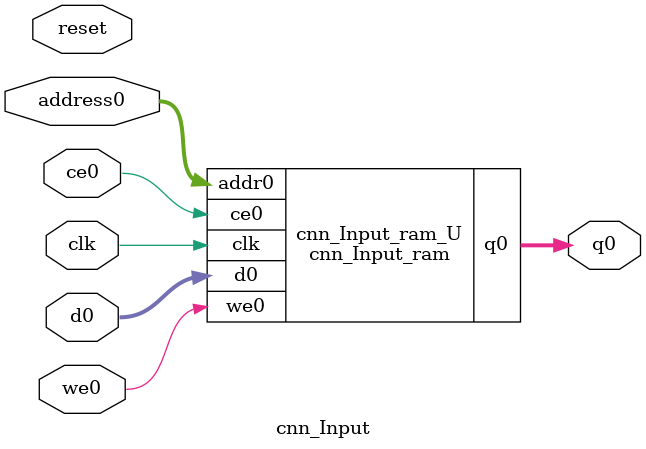
<source format=v>
`timescale 1 ns / 1 ps
module cnn_Input_ram (addr0, ce0, d0, we0, q0,  clk);

parameter DWIDTH = 32;
parameter AWIDTH = 15;
parameter MEM_SIZE = 30000;

input[AWIDTH-1:0] addr0;
input ce0;
input[DWIDTH-1:0] d0;
input we0;
output reg[DWIDTH-1:0] q0;
input clk;

(* ram_style = "block" *)reg [DWIDTH-1:0] ram[0:MEM_SIZE-1];




always @(posedge clk)  
begin 
    if (ce0) begin
        if (we0) 
            ram[addr0] <= d0; 
        q0 <= ram[addr0];
    end
end


endmodule

`timescale 1 ns / 1 ps
module cnn_Input(
    reset,
    clk,
    address0,
    ce0,
    we0,
    d0,
    q0);

parameter DataWidth = 32'd32;
parameter AddressRange = 32'd30000;
parameter AddressWidth = 32'd15;
input reset;
input clk;
input[AddressWidth - 1:0] address0;
input ce0;
input we0;
input[DataWidth - 1:0] d0;
output[DataWidth - 1:0] q0;



cnn_Input_ram cnn_Input_ram_U(
    .clk( clk ),
    .addr0( address0 ),
    .ce0( ce0 ),
    .we0( we0 ),
    .d0( d0 ),
    .q0( q0 ));

endmodule


</source>
